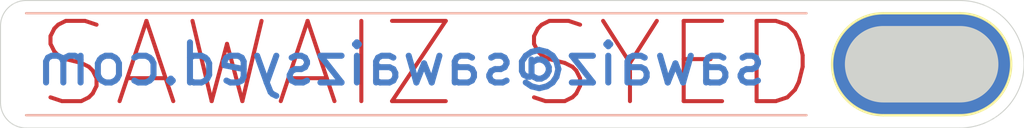
<source format=kicad_pcb>
(kicad_pcb (version 20171130) (host pcbnew "(5.1.2)-2")

  (general
    (thickness 1.6)
    (drawings 19)
    (tracks 0)
    (zones 0)
    (modules 0)
    (nets 1)
  )

  (page A4)
  (layers
    (0 F.Cu signal)
    (31 B.Cu signal)
    (32 B.Adhes user)
    (33 F.Adhes user)
    (34 B.Paste user)
    (35 F.Paste user)
    (36 B.SilkS user)
    (37 F.SilkS user)
    (38 B.Mask user)
    (39 F.Mask user)
    (40 Dwgs.User user)
    (41 Cmts.User user)
    (42 Eco1.User user)
    (43 Eco2.User user)
    (44 Edge.Cuts user)
    (45 Margin user)
    (46 B.CrtYd user)
    (47 F.CrtYd user)
    (48 B.Fab user)
    (49 F.Fab user)
  )

  (setup
    (last_trace_width 0.25)
    (trace_clearance 0.2)
    (zone_clearance 0.508)
    (zone_45_only no)
    (trace_min 0.2)
    (via_size 0.8)
    (via_drill 0.4)
    (via_min_size 0.4)
    (via_min_drill 0.3)
    (uvia_size 0.3)
    (uvia_drill 0.1)
    (uvias_allowed no)
    (uvia_min_size 0.2)
    (uvia_min_drill 0.1)
    (edge_width 0.05)
    (segment_width 0.2)
    (pcb_text_width 0.3)
    (pcb_text_size 1.5 1.5)
    (mod_edge_width 0.12)
    (mod_text_size 1 1)
    (mod_text_width 0.15)
    (pad_size 1.524 1.524)
    (pad_drill 0.762)
    (pad_to_mask_clearance 0.051)
    (solder_mask_min_width 0.25)
    (aux_axis_origin 0 0)
    (visible_elements 7FFFFFFF)
    (pcbplotparams
      (layerselection 0x010fc_ffffffff)
      (usegerberextensions false)
      (usegerberattributes false)
      (usegerberadvancedattributes false)
      (creategerberjobfile false)
      (excludeedgelayer true)
      (linewidth 0.100000)
      (plotframeref false)
      (viasonmask false)
      (mode 1)
      (useauxorigin false)
      (hpglpennumber 1)
      (hpglpenspeed 20)
      (hpglpendiameter 15.000000)
      (psnegative false)
      (psa4output false)
      (plotreference true)
      (plotvalue true)
      (plotinvisibletext false)
      (padsonsilk false)
      (subtractmaskfromsilk false)
      (outputformat 1)
      (mirror false)
      (drillshape 1)
      (scaleselection 1)
      (outputdirectory ""))
  )

  (net 0 "")

  (net_class Default "This is the default net class."
    (clearance 0.2)
    (trace_width 0.25)
    (via_dia 0.8)
    (via_drill 0.4)
    (uvia_dia 0.3)
    (uvia_drill 0.1)
  )

  (gr_arc (start 47.625 3.175) (end 47.625 5.715) (angle -180) (layer F.SilkS) (width 0.12) (tstamp 5D7E2DD0))
  (gr_line (start 43.815 3.175) (end 47.625 3.175) (layer F.Cu) (width 5.08) (tstamp 5D7E2DCF))
  (gr_arc (start 43.815 3.175) (end 43.815 0.635) (angle -180) (layer F.SilkS) (width 0.12) (tstamp 5D7E2DCE))
  (gr_line (start 47.625 5.715) (end 43.815 5.715) (layer F.SilkS) (width 0.12) (tstamp 5D7E2DCD))
  (gr_line (start 43.815 0.635) (end 47.625 0.635) (layer F.SilkS) (width 0.12) (tstamp 5D7E2DCC))
  (gr_line (start 43.815 3.175) (end 47.625 3.175) (layer Edge.Cuts) (width 3.81) (tstamp 5D7E2DCB))
  (gr_line (start 43.815 3.175) (end 47.625 3.175) (layer B.Cu) (width 5.08) (tstamp 5D7E2DCA))
  (gr_line (start 40.005 5.715) (end 1.27 5.715) (layer B.SilkS) (width 0.12) (tstamp 5D7F5997))
  (gr_line (start 40.005 0.635) (end 1.27 0.635) (layer B.SilkS) (width 0.12))
  (gr_text SAWAIZ (at 1.5875 3.175) (layer F.Mask) (tstamp 5D7F5935)
    (effects (font (size 4 4) (thickness 0.2)) (justify left))
  )
  (gr_text "       sawaizsyed.com" (at 1.5875 3.175) (layer B.Mask) (tstamp 5D7F597C)
    (effects (font (size 2 2) (thickness 0.3)) (justify right mirror))
  )
  (gr_text sawaiz@sawaizsyed.com (at 1.5875 3.175) (layer B.Cu)
    (effects (font (size 2 2) (thickness 0.3)) (justify right mirror))
  )
  (gr_arc (start 1.27 1.27) (end 1.27 0) (angle -90) (layer Edge.Cuts) (width 0.05))
  (gr_arc (start 1.27 5.08) (end 0 5.08) (angle -90) (layer Edge.Cuts) (width 0.05))
  (gr_arc (start 47.625 3.175) (end 47.625 6.35) (angle -180) (layer Edge.Cuts) (width 0.05))
  (gr_text "SAWAIZ SYED" (at 1.5875 3.175) (layer F.Cu)
    (effects (font (size 4 4) (thickness 0.2)) (justify left))
  )
  (gr_line (start 0 5.08) (end 0 1.27) (layer Edge.Cuts) (width 0.05) (tstamp 5D7E205C))
  (gr_line (start 47.625 6.35) (end 1.27 6.35) (layer Edge.Cuts) (width 0.05))
  (gr_line (start 1.27 0) (end 47.625 0) (layer Edge.Cuts) (width 0.05))

)

</source>
